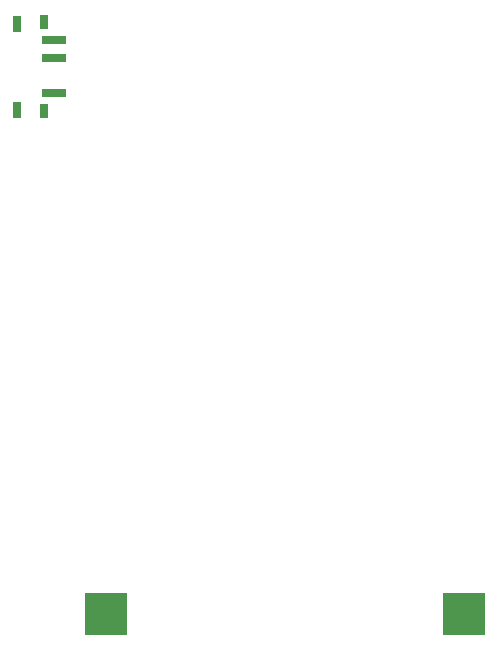
<source format=gbp>
G75*
G70*
%OFA0B0*%
%FSLAX24Y24*%
%IPPOS*%
%LPD*%
%AMOC8*
5,1,8,0,0,1.08239X$1,22.5*
%
%ADD10R,0.0787X0.0315*%
%ADD11R,0.0315X0.0472*%
%ADD12R,0.0315X0.0551*%
%ADD13R,0.1417X0.1417*%
D10*
X002693Y022269D03*
X002693Y023450D03*
X002693Y024041D03*
D11*
X002358Y024631D03*
X002358Y021679D03*
D12*
X001452Y021718D03*
X001452Y024592D03*
D13*
X004441Y004905D03*
X016370Y004905D03*
M02*

</source>
